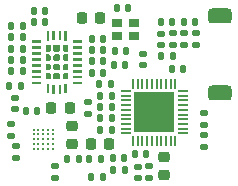
<source format=gbr>
%TF.GenerationSoftware,KiCad,Pcbnew,8.0.4*%
%TF.CreationDate,2024-11-25T16:13:59-04:00*%
%TF.ProjectId,Beacon-WirelessCharge,42656163-6f6e-42d5-9769-72656c657373,rev?*%
%TF.SameCoordinates,Original*%
%TF.FileFunction,Paste,Top*%
%TF.FilePolarity,Positive*%
%FSLAX46Y46*%
G04 Gerber Fmt 4.6, Leading zero omitted, Abs format (unit mm)*
G04 Created by KiCad (PCBNEW 8.0.4) date 2024-11-25 16:13:59*
%MOMM*%
%LPD*%
G01*
G04 APERTURE LIST*
G04 Aperture macros list*
%AMRoundRect*
0 Rectangle with rounded corners*
0 $1 Rounding radius*
0 $2 $3 $4 $5 $6 $7 $8 $9 X,Y pos of 4 corners*
0 Add a 4 corners polygon primitive as box body*
4,1,4,$2,$3,$4,$5,$6,$7,$8,$9,$2,$3,0*
0 Add four circle primitives for the rounded corners*
1,1,$1+$1,$2,$3*
1,1,$1+$1,$4,$5*
1,1,$1+$1,$6,$7*
1,1,$1+$1,$8,$9*
0 Add four rect primitives between the rounded corners*
20,1,$1+$1,$2,$3,$4,$5,0*
20,1,$1+$1,$4,$5,$6,$7,0*
20,1,$1+$1,$6,$7,$8,$9,0*
20,1,$1+$1,$8,$9,$2,$3,0*%
G04 Aperture macros list end*
%ADD10C,0.000000*%
%ADD11C,0.120000*%
%ADD12RoundRect,0.147500X-0.172500X0.147500X-0.172500X-0.147500X0.172500X-0.147500X0.172500X0.147500X0*%
%ADD13RoundRect,0.140000X-0.140000X-0.170000X0.140000X-0.170000X0.140000X0.170000X-0.140000X0.170000X0*%
%ADD14RoundRect,0.225000X-0.250000X0.225000X-0.250000X-0.225000X0.250000X-0.225000X0.250000X0.225000X0*%
%ADD15RoundRect,0.135000X0.135000X0.185000X-0.135000X0.185000X-0.135000X-0.185000X0.135000X-0.185000X0*%
%ADD16RoundRect,0.225000X0.225000X0.250000X-0.225000X0.250000X-0.225000X-0.250000X0.225000X-0.250000X0*%
%ADD17RoundRect,0.140000X-0.170000X0.140000X-0.170000X-0.140000X0.170000X-0.140000X0.170000X0.140000X0*%
%ADD18RoundRect,0.140000X0.140000X0.170000X-0.140000X0.170000X-0.140000X-0.170000X0.140000X-0.170000X0*%
%ADD19RoundRect,0.147500X-0.147500X-0.172500X0.147500X-0.172500X0.147500X0.172500X-0.147500X0.172500X0*%
%ADD20O,0.200000X0.850000*%
%ADD21O,0.850000X0.200000*%
%ADD22R,3.500000X3.500000*%
%ADD23RoundRect,0.218750X0.218750X0.256250X-0.218750X0.256250X-0.218750X-0.256250X0.218750X-0.256250X0*%
%ADD24RoundRect,0.135000X-0.185000X0.135000X-0.185000X-0.135000X0.185000X-0.135000X0.185000X0.135000X0*%
%ADD25RoundRect,0.140000X0.170000X-0.140000X0.170000X0.140000X-0.170000X0.140000X-0.170000X-0.140000X0*%
%ADD26RoundRect,0.317500X-0.682500X0.317500X-0.682500X-0.317500X0.682500X-0.317500X0.682500X0.317500X0*%
%ADD27RoundRect,0.218750X-0.218750X-0.256250X0.218750X-0.256250X0.218750X0.256250X-0.218750X0.256250X0*%
%ADD28RoundRect,0.135000X0.185000X-0.135000X0.185000X0.135000X-0.185000X0.135000X-0.185000X-0.135000X0*%
%ADD29RoundRect,0.135000X-0.135000X-0.185000X0.135000X-0.185000X0.135000X0.185000X-0.135000X0.185000X0*%
%ADD30R,0.900000X0.800000*%
%ADD31RoundRect,0.147500X0.172500X-0.147500X0.172500X0.147500X-0.172500X0.147500X-0.172500X-0.147500X0*%
%ADD32C,0.226000*%
G04 APERTURE END LIST*
D10*
%TO.C,U1*%
G36*
X46934999Y-61864999D02*
G01*
X46135000Y-61864999D01*
X46135000Y-61635000D01*
X46934999Y-61635000D01*
X46934999Y-61864999D01*
G37*
G36*
X46934999Y-62365001D02*
G01*
X46135000Y-62365001D01*
X46135000Y-62134999D01*
X46934999Y-62134999D01*
X46934999Y-62365001D01*
G37*
G36*
X46934999Y-62865000D02*
G01*
X46135000Y-62865000D01*
X46135000Y-62635000D01*
X46934999Y-62635000D01*
X46934999Y-62865000D01*
G37*
G36*
X46934999Y-63364999D02*
G01*
X46135000Y-63364999D01*
X46135000Y-63134999D01*
X46934999Y-63134999D01*
X46934999Y-63364999D01*
G37*
G36*
X46934999Y-63865001D02*
G01*
X46135000Y-63865001D01*
X46135000Y-63635001D01*
X46934999Y-63635001D01*
X46934999Y-63865001D01*
G37*
G36*
X46934999Y-64365000D02*
G01*
X46135000Y-64365000D01*
X46135000Y-64135000D01*
X46934999Y-64135000D01*
X46934999Y-64365000D01*
G37*
G36*
X46934999Y-64865001D02*
G01*
X46135000Y-64865001D01*
X46135000Y-64634999D01*
X46934999Y-64634999D01*
X46934999Y-64865001D01*
G37*
G36*
X46934999Y-65365000D02*
G01*
X46135000Y-65365000D01*
X46135000Y-65135001D01*
X46934999Y-65135001D01*
X46934999Y-65365000D01*
G37*
G36*
X47625000Y-61675000D02*
G01*
X47395000Y-61675000D01*
X47395000Y-60874999D01*
X47625000Y-60874999D01*
X47625000Y-61675000D01*
G37*
G36*
X47625000Y-66125001D02*
G01*
X47395000Y-66125001D01*
X47395000Y-65325000D01*
X47625000Y-65325000D01*
X47625000Y-66125001D01*
G37*
G36*
X48100000Y-61575001D02*
G01*
X47885000Y-61575001D01*
X47885000Y-60850001D01*
X48100000Y-60850001D01*
X48100000Y-61575001D01*
G37*
G36*
X48100000Y-66149999D02*
G01*
X47885000Y-66149999D01*
X47885000Y-65424999D01*
X48100000Y-65424999D01*
X48100000Y-66149999D01*
G37*
G36*
X48635000Y-61575001D02*
G01*
X48420000Y-61575001D01*
X48420000Y-60850001D01*
X48635000Y-60850001D01*
X48635000Y-61575001D01*
G37*
G36*
X48635000Y-66149999D02*
G01*
X48420000Y-66149999D01*
X48420000Y-65424999D01*
X48635000Y-65424999D01*
X48635000Y-66149999D01*
G37*
G36*
X49125000Y-61675000D02*
G01*
X48895000Y-61675000D01*
X48895000Y-60874999D01*
X49125000Y-60874999D01*
X49125000Y-61675000D01*
G37*
G36*
X49125000Y-66125001D02*
G01*
X48895000Y-66125001D01*
X48895000Y-65325000D01*
X49125000Y-65325000D01*
X49125000Y-66125001D01*
G37*
G36*
X50385000Y-61864999D02*
G01*
X49585001Y-61864999D01*
X49585001Y-61635000D01*
X50385000Y-61635000D01*
X50385000Y-61864999D01*
G37*
G36*
X50385000Y-62365001D02*
G01*
X49585001Y-62365001D01*
X49585001Y-62134999D01*
X50385000Y-62134999D01*
X50385000Y-62365001D01*
G37*
G36*
X50385000Y-62865000D02*
G01*
X49585001Y-62865000D01*
X49585001Y-62635000D01*
X50385000Y-62635000D01*
X50385000Y-62865000D01*
G37*
G36*
X50385000Y-63364999D02*
G01*
X49585001Y-63364999D01*
X49585001Y-63134999D01*
X50385000Y-63134999D01*
X50385000Y-63364999D01*
G37*
G36*
X50385000Y-63865001D02*
G01*
X49585001Y-63865001D01*
X49585001Y-63635001D01*
X50385000Y-63635001D01*
X50385000Y-63865001D01*
G37*
G36*
X50385000Y-64365000D02*
G01*
X49585001Y-64365000D01*
X49585001Y-64135000D01*
X50385000Y-64135000D01*
X50385000Y-64365000D01*
G37*
G36*
X50385000Y-64865001D02*
G01*
X49585001Y-64865001D01*
X49585001Y-64634999D01*
X50385000Y-64634999D01*
X50385000Y-64865001D01*
G37*
G36*
X50385000Y-65365000D02*
G01*
X49585001Y-65365000D01*
X49585001Y-65135001D01*
X50385000Y-65135001D01*
X50385000Y-65365000D01*
G37*
G36*
X47766300Y-62471179D02*
G01*
X47624879Y-62612600D01*
X47309930Y-62612600D01*
X47309930Y-62049931D01*
X47766300Y-62049931D01*
X47766300Y-62471179D01*
G37*
G36*
X47766300Y-64528821D02*
G01*
X47766300Y-64950069D01*
X47309930Y-64950069D01*
X47309930Y-64387400D01*
X47624879Y-64387400D01*
X47766300Y-64528821D01*
G37*
G36*
X49210070Y-62612600D02*
G01*
X48895121Y-62612600D01*
X48753700Y-62471179D01*
X48753700Y-62049931D01*
X49210070Y-62049931D01*
X49210070Y-62612600D01*
G37*
G36*
X49210070Y-64950069D02*
G01*
X48753700Y-64950069D01*
X48753700Y-64528821D01*
X48895121Y-64387400D01*
X49210070Y-64387400D01*
X49210070Y-64950069D01*
G37*
G36*
X47766300Y-62954021D02*
G01*
X47766300Y-63258579D01*
X47624879Y-63400000D01*
X47309930Y-63400000D01*
X47309930Y-62812600D01*
X47624879Y-62812600D01*
X47766300Y-62954021D01*
G37*
G36*
X47766300Y-63741421D02*
G01*
X47766300Y-64045979D01*
X47624879Y-64187400D01*
X47309930Y-64187400D01*
X47309930Y-63600000D01*
X47624879Y-63600000D01*
X47766300Y-63741421D01*
G37*
G36*
X48553700Y-62471179D02*
G01*
X48412279Y-62612600D01*
X48107721Y-62612600D01*
X47966300Y-62471179D01*
X47966300Y-62049931D01*
X48553700Y-62049931D01*
X48553700Y-62471179D01*
G37*
G36*
X48553700Y-64528821D02*
G01*
X48553700Y-64950069D01*
X47966300Y-64950069D01*
X47966300Y-64528821D01*
X48107721Y-64387400D01*
X48412279Y-64387400D01*
X48553700Y-64528821D01*
G37*
G36*
X49210070Y-63400000D02*
G01*
X48895121Y-63400000D01*
X48753700Y-63258579D01*
X48753700Y-62954021D01*
X48895121Y-62812600D01*
X49210070Y-62812600D01*
X49210070Y-63400000D01*
G37*
G36*
X49210070Y-64187400D02*
G01*
X48895121Y-64187400D01*
X48753700Y-64045979D01*
X48753700Y-63741421D01*
X48895121Y-63600000D01*
X49210070Y-63600000D01*
X49210070Y-64187400D01*
G37*
G36*
X48553700Y-62954021D02*
G01*
X48553700Y-63258579D01*
X48412279Y-63400000D01*
X48107721Y-63400000D01*
X47966300Y-63258579D01*
X47966300Y-62954021D01*
X48107721Y-62812600D01*
X48412279Y-62812600D01*
X48553700Y-62954021D01*
G37*
G36*
X48553700Y-63741421D02*
G01*
X48553700Y-64045979D01*
X48412279Y-64187400D01*
X48107721Y-64187400D01*
X47966300Y-64045979D01*
X47966300Y-63741421D01*
X48107721Y-63600000D01*
X48412279Y-63600000D01*
X48553700Y-63741421D01*
G37*
D11*
%TO.C,AE1*%
X62930000Y-66600000D02*
X61250000Y-66600000D01*
X61250000Y-65730000D01*
X62930000Y-65730000D01*
X62930000Y-66600000D01*
G36*
X62930000Y-66600000D02*
G01*
X61250000Y-66600000D01*
X61250000Y-65730000D01*
X62930000Y-65730000D01*
X62930000Y-66600000D01*
G37*
X62940000Y-60000000D02*
X61260000Y-60000000D01*
X61260000Y-59130000D01*
X62940000Y-59130000D01*
X62940000Y-60000000D01*
G36*
X62940000Y-60000000D02*
G01*
X61260000Y-60000000D01*
X61260000Y-59130000D01*
X62940000Y-59130000D01*
X62940000Y-60000000D01*
G37*
%TD*%
D12*
%TO.C,L7*%
X60025000Y-61055000D03*
X60025000Y-62025000D03*
%TD*%
D13*
%TO.C,C29*%
X58990000Y-60080000D03*
X59950000Y-60080000D03*
%TD*%
D14*
%TO.C,C11*%
X57353200Y-71513400D03*
X57353200Y-73063400D03*
%TD*%
D15*
%TO.C,R5*%
X45214000Y-65532000D03*
X44194000Y-65532000D03*
%TD*%
D14*
%TO.C,C12*%
X49500000Y-68875000D03*
X49500000Y-70425000D03*
%TD*%
D16*
%TO.C,C23*%
X51950000Y-59750000D03*
X50400000Y-59750000D03*
%TD*%
D17*
%TO.C,C24*%
X57050000Y-61075000D03*
X57050000Y-62035000D03*
%TD*%
D13*
%TO.C,C2*%
X46306800Y-59120000D03*
X47266800Y-59120000D03*
%TD*%
D18*
%TO.C,C8*%
X52180000Y-62470000D03*
X51220000Y-62470000D03*
%TD*%
D13*
%TO.C,C3*%
X46306800Y-60045600D03*
X47266800Y-60045600D03*
%TD*%
D18*
%TO.C,C21*%
X58050000Y-62960000D03*
X57090000Y-62960000D03*
%TD*%
D13*
%TO.C,C18*%
X57970000Y-64100000D03*
X58930000Y-64100000D03*
%TD*%
%TO.C,C1*%
X44401800Y-61391800D03*
X45361800Y-61391800D03*
%TD*%
%TO.C,C22*%
X51220000Y-61550000D03*
X52180000Y-61550000D03*
%TD*%
D19*
%TO.C,L4*%
X57065000Y-60050000D03*
X58035000Y-60050000D03*
%TD*%
D13*
%TO.C,C5*%
X44404400Y-63271400D03*
X45364400Y-63271400D03*
%TD*%
D20*
%TO.C,U2*%
X54699998Y-70125000D03*
X55100000Y-70125000D03*
X55499999Y-70125000D03*
X55899998Y-70125000D03*
X56300000Y-70125000D03*
X56699999Y-70125000D03*
X57099999Y-70125000D03*
X57500000Y-70125000D03*
X57900000Y-70125000D03*
X58299999Y-70125000D03*
D21*
X58900000Y-69525001D03*
X58900000Y-69124999D03*
X58900000Y-68725000D03*
X58900000Y-68325001D03*
X58900000Y-67924999D03*
X58900000Y-67525000D03*
X58900000Y-67125001D03*
X58900000Y-66724999D03*
X58900000Y-66325000D03*
X58900000Y-65925001D03*
D20*
X58299999Y-65324999D03*
X57900000Y-65324999D03*
X57500000Y-65324999D03*
X57099999Y-65324999D03*
X56699999Y-65324999D03*
X56300000Y-65324999D03*
X55899998Y-65324999D03*
X55499999Y-65324999D03*
X55100000Y-65324999D03*
X54699998Y-65324999D03*
D21*
X54100000Y-65925001D03*
X54100000Y-66325000D03*
X54100000Y-66724999D03*
X54100000Y-67125001D03*
X54100000Y-67525000D03*
X54100000Y-67924999D03*
X54100000Y-68325001D03*
X54100000Y-68725000D03*
X54100000Y-69124999D03*
X54100000Y-69525001D03*
D22*
X56500000Y-67725000D03*
%TD*%
D18*
%TO.C,C27*%
X54320000Y-58920000D03*
X53360000Y-58920000D03*
%TD*%
D23*
%TO.C,L2*%
X52700000Y-70400000D03*
X51125000Y-70400000D03*
%TD*%
D18*
%TO.C,C30*%
X46600000Y-67650000D03*
X45640000Y-67650000D03*
%TD*%
%TO.C,C14*%
X52130000Y-73250000D03*
X51170000Y-73250000D03*
%TD*%
D17*
%TO.C,C32*%
X59050000Y-61045000D03*
X59050000Y-62005000D03*
%TD*%
D13*
%TO.C,C31*%
X44400000Y-60460000D03*
X45360000Y-60460000D03*
%TD*%
D15*
%TO.C,R8*%
X52020000Y-71675000D03*
X51000000Y-71675000D03*
%TD*%
D24*
%TO.C,TH1*%
X48100000Y-72255000D03*
X48100000Y-73275000D03*
%TD*%
D12*
%TO.C,D1*%
X55100000Y-72330000D03*
X55100000Y-73300000D03*
%TD*%
D15*
%TO.C,R6*%
X52825000Y-65350000D03*
X51805000Y-65350000D03*
%TD*%
D18*
%TO.C,C10*%
X52160000Y-63400000D03*
X51200000Y-63400000D03*
%TD*%
D25*
%TO.C,C19*%
X55530000Y-63740000D03*
X55530000Y-62780000D03*
%TD*%
D26*
%TO.C,AE1*%
X62090000Y-59600000D03*
X62080000Y-66100000D03*
%TD*%
D24*
%TO.C,R3*%
X60700000Y-69690000D03*
X60700000Y-70710000D03*
%TD*%
D27*
%TO.C,L6*%
X47775000Y-67400000D03*
X49350000Y-67400000D03*
%TD*%
D28*
%TO.C,R1*%
X56100000Y-73300000D03*
X56100000Y-72280000D03*
%TD*%
D13*
%TO.C,C7*%
X44401800Y-62331600D03*
X45361800Y-62331600D03*
%TD*%
D25*
%TO.C,C25*%
X44800000Y-71580000D03*
X44800000Y-70620000D03*
%TD*%
D29*
%TO.C,R7*%
X51941000Y-66319400D03*
X52961000Y-66319400D03*
%TD*%
D18*
%TO.C,C17*%
X52895000Y-68250000D03*
X51935000Y-68250000D03*
%TD*%
D30*
%TO.C,Y1*%
X54780000Y-60170000D03*
X53380000Y-60170000D03*
X53380000Y-61270000D03*
X54780000Y-61270000D03*
%TD*%
D18*
%TO.C,C13*%
X53970000Y-71628000D03*
X53010000Y-71628000D03*
%TD*%
D17*
%TO.C,C16*%
X60700000Y-67818000D03*
X60700000Y-68778000D03*
%TD*%
D31*
%TO.C,L3*%
X58050000Y-62015000D03*
X58050000Y-61045000D03*
%TD*%
D15*
%TO.C,R11*%
X54050000Y-72600000D03*
X53030000Y-72600000D03*
%TD*%
D32*
%TO.C,U3*%
X46300000Y-69200000D03*
X46700000Y-69200000D03*
X47100000Y-69200000D03*
X47500000Y-69200000D03*
X47900000Y-69200000D03*
X46300000Y-69600000D03*
X46700000Y-69600000D03*
X47100000Y-69600000D03*
X47500000Y-69600000D03*
X47900000Y-69600000D03*
X46300000Y-70000000D03*
X46700000Y-70000000D03*
X47100000Y-70000000D03*
X47500000Y-70000000D03*
X47900000Y-70000000D03*
X46300000Y-70400000D03*
X46700000Y-70400000D03*
X47100000Y-70400000D03*
X47500000Y-70400000D03*
X47900000Y-70400000D03*
X46300000Y-70800000D03*
X46700000Y-70800000D03*
X47100000Y-70800000D03*
X47500000Y-70800000D03*
X47900000Y-70800000D03*
%TD*%
D13*
%TO.C,C6*%
X44401800Y-64211200D03*
X45361800Y-64211200D03*
%TD*%
D18*
%TO.C,C15*%
X52905000Y-67300000D03*
X51945000Y-67300000D03*
%TD*%
D19*
%TO.C,L1*%
X51950000Y-69200000D03*
X52920000Y-69200000D03*
%TD*%
D13*
%TO.C,C4*%
X54840000Y-71300000D03*
X55800000Y-71300000D03*
%TD*%
D24*
%TO.C,R10*%
X44400000Y-68680000D03*
X44400000Y-69700000D03*
%TD*%
D25*
%TO.C,C28*%
X44700000Y-67480000D03*
X44700000Y-66520000D03*
%TD*%
D13*
%TO.C,C20*%
X53060000Y-63740000D03*
X54020000Y-63740000D03*
%TD*%
D28*
%TO.C,R2*%
X50900000Y-67910000D03*
X50900000Y-66890000D03*
%TD*%
D13*
%TO.C,C26*%
X53160000Y-62510000D03*
X54120000Y-62510000D03*
%TD*%
D29*
%TO.C,R4*%
X49080000Y-71675000D03*
X50100000Y-71675000D03*
%TD*%
D18*
%TO.C,C9*%
X52160000Y-64370000D03*
X51200000Y-64370000D03*
%TD*%
M02*

</source>
